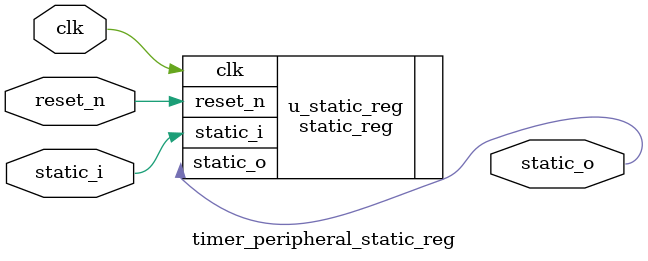
<source format=v>

module timer_peripheral_static_reg (clk, reset_n, static_i, static_o);

  parameter WIDTH=1;

  input                          clk;
  input                          reset_n;
  input  [WIDTH-1:0]             static_i;
  output [WIDTH-1:0]             static_o;

  wire                           clk;
  wire                           reset_n;
  wire   [WIDTH-1:0]             static_i;
  wire   [WIDTH-1:0]             static_o;

  static_reg #(WIDTH) u_static_reg(
    .clk                        (clk),
    .reset_n                    (reset_n),
    .static_i                   (static_i),
    .static_o                   (static_o)
  );

endmodule

</source>
